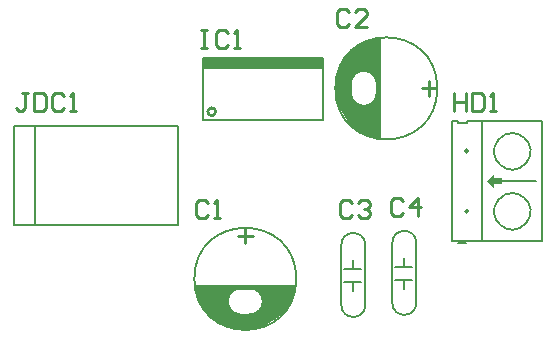
<source format=gto>
G04*
G04 #@! TF.GenerationSoftware,Altium Limited,Altium Designer,21.4.1 (30)*
G04*
G04 Layer_Color=65535*
%FSTAX24Y24*%
%MOIN*%
G70*
G04*
G04 #@! TF.SameCoordinates,28C8F42C-7358-46F7-AC3D-303988F39EDD*
G04*
G04*
G04 #@! TF.FilePolarity,Positive*
G04*
G01*
G75*
%ADD10C,0.0070*%
%ADD11C,0.0100*%
%ADD12R,0.3990X0.0360*%
G36*
X021Y03425D02*
X02135Y0339D01*
Y033621D01*
X021349Y033604D01*
X021343Y033571D01*
X02133Y03354D01*
X021311Y033512D01*
X0213Y0335D01*
X0213D01*
X021235Y033435D01*
X021227Y033427D01*
X021207Y033414D01*
X021185Y033405D01*
X021162Y033401D01*
X02115Y0334D01*
D01*
X0211Y03335D01*
X021088Y033339D01*
X02106Y03332D01*
X021029Y033307D01*
X020996Y033301D01*
X020979Y0333D01*
D01*
X020471D01*
X020454Y033301D01*
X020421Y033307D01*
X02039Y03332D01*
X020362Y033339D01*
X02035Y03335D01*
D01*
X020235Y033465D01*
X020227Y033473D01*
X020214Y033493D01*
X020205Y033515D01*
X020201Y033538D01*
X0202Y03355D01*
X020189Y033562D01*
X02017Y03359D01*
X020157Y033621D01*
X020151Y033654D01*
X02015Y033671D01*
D01*
Y033809D01*
X020152Y033842D01*
X020165Y033908D01*
X02019Y03397D01*
X020227Y034025D01*
X02025Y03405D01*
X02025D01*
X020365Y034165D01*
X020373Y034173D01*
X020393Y034186D01*
X020415Y034195D01*
X020438Y034199D01*
X02045Y0342D01*
D01*
Y03425D01*
X01905D01*
X01925Y0337D01*
X01955Y0333D01*
X01995Y033D01*
X02055Y0328D01*
X02095D01*
X02145Y03295D01*
X0219Y03325D01*
X0222Y0336D01*
X0224Y03405D01*
X02245Y03425D01*
X021D01*
D02*
G37*
G36*
X0252Y0406D02*
X02485Y04025D01*
X024571D01*
X024554Y040251D01*
X024521Y040257D01*
X02449Y04027D01*
X024462Y040289D01*
X02445Y0403D01*
D01*
X024385Y040365D01*
X024377Y040373D01*
X024364Y040393D01*
X024355Y040415D01*
X024351Y040438D01*
X02435Y04045D01*
D01*
X0243Y0405D01*
X024289Y040512D01*
X02427Y04054D01*
X024257Y040571D01*
X024251Y040604D01*
X02425Y040621D01*
D01*
Y041129D01*
X024251Y041146D01*
X024257Y041179D01*
X02427Y04121D01*
X024289Y041238D01*
X0243Y04125D01*
Y04125D01*
X024415Y041365D01*
X024423Y041373D01*
X024443Y041386D01*
X024465Y041395D01*
X024488Y041399D01*
X0245Y0414D01*
X024512Y041411D01*
X02454Y04143D01*
X024571Y041443D01*
X024604Y041449D01*
X024621Y04145D01*
D01*
X024759D01*
X024792Y041448D01*
X024858Y041435D01*
X02492Y04141D01*
X024975Y041372D01*
X025Y04135D01*
D01*
X025115Y041235D01*
X025123Y041227D01*
X025136Y041207D01*
X025145Y041185D01*
X025149Y041162D01*
X02515Y04115D01*
D01*
X0252D01*
Y04255D01*
X02465Y04235D01*
X02425Y04205D01*
X02395Y04165D01*
X02375Y04105D01*
Y04065D01*
X0239Y04015D01*
X0242Y0397D01*
X02455Y0394D01*
X025Y0392D01*
X0252Y03915D01*
Y0406D01*
D02*
G37*
G36*
X0288Y03775D02*
X02905Y0375D01*
Y03765D01*
X0293D01*
Y03785D01*
X02905D01*
Y038D01*
X0288Y03775D01*
D02*
G37*
D10*
X02715Y04085D02*
G03*
X02715Y04085I-0017J0D01*
G01*
X02475Y03563D02*
G03*
X02395Y03563I-0004J0D01*
G01*
Y03363D02*
G03*
X02475Y03363I0004J0D01*
G01*
X02645Y0357D02*
G03*
X02565Y0357I-0004J0D01*
G01*
Y0337D02*
G03*
X02645Y0337I0004J0D01*
G01*
X029187Y039137D02*
G03*
X029199Y039151I000463J-000387D01*
G01*
X028194Y03675D02*
G03*
X028194Y03675I-000064J0D01*
G01*
X028184Y03877D02*
G03*
X028184Y03877I-000064J0D01*
G01*
X029188Y037138D02*
G03*
X029199Y037151I000462J-000388D01*
G01*
X02245Y0345D02*
G03*
X02245Y0345I-0017J0D01*
G01*
X01305Y036294D02*
Y039594D01*
X0185Y036294D02*
Y039594D01*
X01305D02*
X0185D01*
X01305Y036294D02*
X0185D01*
X01375D02*
Y039594D01*
X02435Y03483D02*
Y03513D01*
Y03408D02*
Y03438D01*
X02405Y03483D02*
X0246D01*
X02405Y03438D02*
X0246D01*
X02475Y03363D02*
Y03563D01*
X02395Y03363D02*
Y03563D01*
X02605Y0349D02*
Y0352D01*
Y03415D02*
Y03445D01*
X02575Y0349D02*
X0263D01*
X02575Y03445D02*
X0263D01*
X02645Y0337D02*
Y0357D01*
X02565Y0337D02*
Y0357D01*
X01959Y03979D02*
X02335D01*
X02334Y0398D02*
X02335Y03979D01*
X02334Y0398D02*
Y04185D01*
X01935D02*
X02334D01*
X01935Y0398D02*
Y04185D01*
Y0398D02*
X01936Y03979D01*
X01959D01*
X02333Y04162D02*
X02334Y04148D01*
X03065Y03575D02*
Y03975D01*
X02893Y03775D02*
X03044D01*
X02785Y03569D02*
X0281D01*
X02765Y03575D02*
X02915D01*
X02765D02*
Y03975D01*
X02783D01*
Y0397D02*
Y03975D01*
Y0397D02*
X02814D01*
Y03975D01*
X03065D01*
X02915Y03575D02*
X03065D01*
X02865Y03577D02*
Y03974D01*
D11*
X02425Y0407D02*
G03*
X0247Y04025I00045J0D01*
G01*
X02475Y04145D02*
G03*
X02425Y04105I-00005J-00045D01*
G01*
X02515Y04095D02*
G03*
X02475Y04145I-00045J00005D01*
G01*
X0247Y04025D02*
G03*
X02515Y0407I0J00045D01*
G01*
X019759Y04007D02*
G03*
X019759Y04007I-00013J0D01*
G01*
X0209Y0333D02*
G03*
X02135Y03375I0J00045D01*
G01*
X02015Y0338D02*
G03*
X02055Y0333I00045J-00005D01*
G01*
X02065Y0342D02*
G03*
X02015Y0338I-00005J-00045D01*
G01*
X02135Y03375D02*
G03*
X0209Y0342I-00045J0D01*
G01*
X0252Y0392D02*
Y0425D01*
X02515Y0406D02*
X0252D01*
X02425Y0407D02*
Y04105D01*
X02515Y04055D02*
Y04105D01*
X02687Y0406D02*
Y0411D01*
X02665Y04085D02*
X0271D01*
X0191Y03425D02*
X0224D01*
X021Y0342D02*
Y03425D01*
X02055Y0333D02*
X0209D01*
X02055Y0342D02*
X02105D01*
X0205Y03592D02*
X021D01*
X02075Y0357D02*
Y03615D01*
X01352Y040684D02*
X01332D01*
X01342D01*
Y040184D01*
X01332Y040084D01*
X01322D01*
X01312Y040184D01*
X01372Y040684D02*
Y040084D01*
X01402D01*
X01412Y040184D01*
Y040584D01*
X01402Y040684D01*
X01372D01*
X014719Y040584D02*
X01462Y040684D01*
X01442D01*
X01432Y040584D01*
Y040184D01*
X01442Y040084D01*
X01462D01*
X014719Y040184D01*
X014919Y040084D02*
X015119D01*
X015019D01*
Y040684D01*
X014919Y040584D01*
X01926Y04278D02*
X01946D01*
X01936D01*
Y04218D01*
X01926D01*
X01946D01*
X02016Y04268D02*
X02006Y04278D01*
X01986D01*
X01976Y04268D01*
Y04228D01*
X01986Y04218D01*
X02006D01*
X02016Y04228D01*
X02036Y04218D02*
X02056D01*
X02046D01*
Y04278D01*
X02036Y04268D01*
X02772Y04068D02*
Y04008D01*
Y04038D01*
X02812D01*
Y04068D01*
Y04008D01*
X02832Y04068D02*
Y04008D01*
X02862D01*
X02872Y04018D01*
Y04058D01*
X02862Y04068D01*
X02832D01*
X02892Y04008D02*
X02912D01*
X02902D01*
Y04068D01*
X02892Y04058D01*
X026Y0371D02*
X0259Y0372D01*
X0257D01*
X0256Y0371D01*
Y0367D01*
X0257Y0366D01*
X0259D01*
X026Y0367D01*
X0265Y0366D02*
Y0372D01*
X0262Y0369D01*
X0266D01*
X0243Y03703D02*
X0242Y03713D01*
X024D01*
X0239Y03703D01*
Y03663D01*
X024Y03653D01*
X0242D01*
X0243Y03663D01*
X0245Y03703D02*
X0246Y03713D01*
X0248D01*
X0249Y03703D01*
Y03693D01*
X0248Y03683D01*
X0247D01*
X0248D01*
X0249Y03673D01*
Y03663D01*
X0248Y03653D01*
X0246D01*
X0245Y03663D01*
X02422Y04338D02*
X02412Y04348D01*
X02392D01*
X02382Y04338D01*
Y04298D01*
X02392Y04288D01*
X02412D01*
X02422Y04298D01*
X02482Y04288D02*
X02442D01*
X02482Y04328D01*
Y04338D01*
X02472Y04348D01*
X02452D01*
X02442Y04338D01*
X01952Y03704D02*
X01942Y03714D01*
X01922D01*
X01912Y03704D01*
Y03664D01*
X01922Y03654D01*
X01942D01*
X01952Y03664D01*
X01972Y03654D02*
X01992D01*
X01982D01*
Y03714D01*
X01972Y03704D01*
D12*
X021355Y04167D02*
D03*
M02*

</source>
